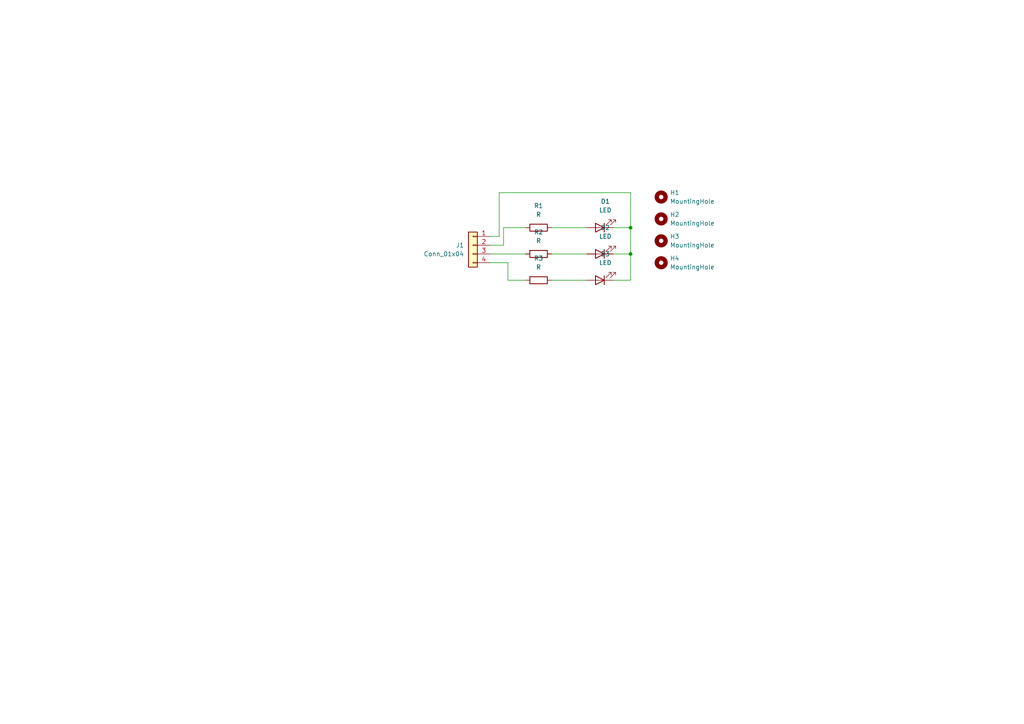
<source format=kicad_sch>
(kicad_sch (version 20250114) (generator "eeschema") (generator_version "9.0")
  (paper "A4")
  (lib_symbols
    (symbol "Connector_Generic:Conn_01x04" (pin_names (offset 1.016) (hide yes))
      (property "Reference" "J" (at 0 5.08 0))
      (property "Value" "Conn_01x04" (at 0 -7.62 0))
      (symbol "Conn_01x04_1_1"
        (rectangle (start -1.27 3.81) (end 1.27 -6.35) (stroke (width 0.254)) (fill (type background)))
        (rectangle (start -1.27 2.667) (end 0 2.413) (stroke (width 0.1524)))
        (rectangle (start -1.27 0.127) (end 0 -0.127) (stroke (width 0.1524)))
        (rectangle (start -1.27 -2.413) (end 0 -2.667) (stroke (width 0.1524)))
        (rectangle (start -1.27 -4.953) (end 0 -5.207) (stroke (width 0.1524)))
        (pin passive line (at -5.08 2.54 0) (length 3.81) (name "Pin_1") (number "1"))
        (pin passive line (at -5.08 0 0) (length 3.81) (name "Pin_2") (number "2"))
        (pin passive line (at -5.08 -2.54 0) (length 3.81) (name "Pin_3") (number "3"))
        (pin passive line (at -5.08 -5.08 0) (length 3.81) (name "Pin_4") (number "4"))
      )
    )
    (symbol "Device:LED" (pin_numbers (hide yes)) (pin_names (offset 1.016) (hide yes))
      (property "Reference" "D" (at 0 2.54 0))
      (property "Value" "LED" (at 0 -2.54 0))
      (symbol "LED_0_1"
        (polyline (pts (xy -3.048 -0.762) (xy -4.572 -2.286) (xy -3.81 -2.286) (xy -4.572 -2.286) (xy -4.572 -1.524)))
        (polyline (pts (xy -1.778 -0.762) (xy -3.302 -2.286) (xy -2.54 -2.286) (xy -3.302 -2.286) (xy -3.302 -1.524)))
        (polyline (pts (xy -1.27 0) (xy 1.27 0)))
        (polyline (pts (xy -1.27 -1.27) (xy -1.27 1.27)) (stroke (width 0.254)))
        (polyline (pts (xy 1.27 -1.27) (xy 1.27 1.27) (xy -1.27 0) (xy 1.27 -1.27)) (stroke (width 0.254)))
      )
      (symbol "LED_1_1"
        (pin passive line (at -3.81 0 0) (length 2.54) (name "K") (number "1"))
        (pin passive line (at 3.81 0 180) (length 2.54) (name "A") (number "2"))
      )
    )
    (symbol "Device:R" (pin_numbers (hide yes)) (pin_names (offset 0))
      (property "Reference" "R" (at 2.032 0 90))
      (property "Value" "R" (at 0 0 90))
      (symbol "R_0_1"
        (rectangle (start -1.016 -2.54) (end 1.016 2.54) (stroke (width 0.254)))
      )
      (symbol "R_1_1"
        (pin passive line (at 0 3.81 270) (length 1.27) (name "~") (number "1"))
        (pin passive line (at 0 -3.81 90) (length 1.27) (name "~") (number "2"))
      )
    )
    (symbol "Mechanical:MountingHole" (pin_names (offset 1.016)) (in_bom no)
      (property "Reference" "H" (at 0 5.08 0))
      (property "Value" "MountingHole" (at 0 3.175 0))
      (symbol "MountingHole_0_1"
        (circle (center 0 0) (radius 1.27) (stroke (width 1.27)))
      )
    )
  )
  (junction (at 182.88 73.66))
  (junction (at 182.88 66.04))
  (wire (pts (xy 160.02 73.66) (xy 170.18 73.66)))
  (wire (pts (xy 160.02 81.28) (xy 170.18 81.28)))
  (wire (pts (xy 182.88 66.04) (xy 182.88 73.66)))
  (wire (pts (xy 182.88 73.66) (xy 177.8 73.66)))
  (wire (pts (xy 182.88 81.28) (xy 177.8 81.28)))
  (wire (pts (xy 152.4 66.04) (xy 146.05 66.04)))
  (wire (pts (xy 147.32 81.28) (xy 147.32 76.2)))
  (wire (pts (xy 177.8 66.04) (xy 182.88 66.04)))
  (wire (pts (xy 147.32 76.2) (xy 142.24 76.2)))
  (wire (pts (xy 142.24 73.66) (xy 152.4 73.66)))
  (wire (pts (xy 182.88 66.04) (xy 182.88 55.88)))
  (wire (pts (xy 146.05 66.04) (xy 146.05 71.12)))
  (wire (pts (xy 142.24 68.58) (xy 144.78 68.58)))
  (wire (pts (xy 146.05 71.12) (xy 142.24 71.12)))
  (wire (pts (xy 160.02 66.04) (xy 170.18 66.04)))
  (wire (pts (xy 152.4 81.28) (xy 147.32 81.28)))
  (wire (pts (xy 182.88 73.66) (xy 182.88 81.28)))
  (wire (pts (xy 144.78 55.88) (xy 144.78 68.58)))
  (wire (pts (xy 182.88 55.88) (xy 144.78 55.88)))
  (symbol (lib_id "Mechanical:MountingHole") (at 191.77 63.5 0) (unit 1) (in_bom no)
    (property "Reference" "H2" (at 194.31 62.2299 0) (effects (justify left)))
    (property "Value" "MountingHole" (at 194.31 64.7699 0) (effects (justify left)))
    (property "Footprint" "MountingHole:MountingHole_2.5mm_Pad" (effects (hide yes)))
    (property "Description" "Mounting Hole without connection" (effects (hide yes)))
  )
  (symbol (lib_id "Device:R") (at 156.21 66.04 90) (unit 1)
    (property "Reference" "R1" (at 156.21 59.69 90))
    (property "Value" "R" (at 156.21 62.23 90))
    (property "Footprint" "Resistor_THT:R_Axial_DIN0204_L3.6mm_D1.6mm_P5.08mm_Horizontal" (effects (hide yes)))
    (property "Description" "Resistor" (effects (hide yes)))
  )
  (symbol (lib_id "Mechanical:MountingHole") (at 191.77 76.2 0) (unit 1) (in_bom no)
    (property "Reference" "H4" (at 194.31 74.9299 0) (effects (justify left)))
    (property "Value" "MountingHole" (at 194.31 77.4699 0) (effects (justify left)))
    (property "Footprint" "MountingHole:MountingHole_2.5mm_Pad" (effects (hide yes)))
    (property "Description" "Mounting Hole without connection" (effects (hide yes)))
  )
  (symbol (lib_id "Mechanical:MountingHole") (at 191.77 57.15 0) (unit 1) (in_bom no)
    (property "Reference" "H1" (at 194.31 55.8799 0) (effects (justify left)))
    (property "Value" "MountingHole" (at 194.31 58.4199 0) (effects (justify left)))
    (property "Footprint" "MountingHole:MountingHole_2.5mm_Pad" (effects (hide yes)))
    (property "Description" "Mounting Hole without connection" (effects (hide yes)))
  )
  (symbol (lib_id "Mechanical:MountingHole") (at 191.77 69.85 0) (unit 1) (in_bom no)
    (property "Reference" "H3" (at 194.31 68.5799 0) (effects (justify left)))
    (property "Value" "MountingHole" (at 194.31 71.1199 0) (effects (justify left)))
    (property "Footprint" "MountingHole:MountingHole_2.5mm_Pad" (effects (hide yes)))
    (property "Description" "Mounting Hole without connection" (effects (hide yes)))
  )
  (symbol (lib_id "Connector_Generic:Conn_01x04") (at 137.16 71.12 0) (mirror y) (unit 1)
    (property "Reference" "J1" (at 134.62 71.1199 0) (effects (justify left)))
    (property "Value" "Conn_01x04" (at 134.62 73.6599 0) (effects (justify left)))
    (property "Footprint" "Connector_PinHeader_2.54mm:PinHeader_1x04_P2.54mm_Horizontal" (effects (hide yes)))
    (property "Description" "Generic connector, single row, 01x04, script generated (kicad-library-utils/schlib/autogen/connector/)" (effects (hide yes)))
  )
  (symbol (lib_id "Device:LED") (at 173.99 81.28 180) (unit 1)
    (property "Reference" "D3" (at 175.5775 73.66 0))
    (property "Value" "LED" (at 175.5775 76.2 0))
    (property "Footprint" "LED_THT:LED_D3.0mm" (effects (hide yes)))
    (property "Description" "Light emitting diode" (effects (hide yes)))
    (property "Sim.Pins" "1=K 2=A" (effects (hide yes)))
  )
  (symbol (lib_id "Device:LED") (at 173.99 73.66 180) (unit 1)
    (property "Reference" "D2" (at 175.5775 66.04 0))
    (property "Value" "LED" (at 175.5775 68.58 0))
    (property "Footprint" "LED_THT:LED_D3.0mm" (effects (hide yes)))
    (property "Description" "Light emitting diode" (effects (hide yes)))
    (property "Sim.Pins" "1=K 2=A" (effects (hide yes)))
  )
  (symbol (lib_id "Device:R") (at 156.21 73.66 90) (unit 1)
    (property "Reference" "R2" (at 156.21 67.31 90))
    (property "Value" "R" (at 156.21 69.85 90))
    (property "Footprint" "Resistor_THT:R_Axial_DIN0204_L3.6mm_D1.6mm_P5.08mm_Horizontal" (effects (hide yes)))
    (property "Description" "Resistor" (effects (hide yes)))
  )
  (symbol (lib_id "Device:LED") (at 173.99 66.04 180) (unit 1)
    (property "Reference" "D1" (at 175.5775 58.42 0))
    (property "Value" "LED" (at 175.5775 60.96 0))
    (property "Footprint" "LED_THT:LED_D3.0mm" (effects (hide yes)))
    (property "Description" "Light emitting diode" (effects (hide yes)))
    (property "Sim.Pins" "1=K 2=A" (effects (hide yes)))
  )
  (symbol (lib_id "Device:R") (at 156.21 81.28 90) (unit 1)
    (property "Reference" "R3" (at 156.21 74.93 90))
    (property "Value" "R" (at 156.21 77.47 90))
    (property "Footprint" "Resistor_THT:R_Axial_DIN0204_L3.6mm_D1.6mm_P5.08mm_Horizontal" (effects (hide yes)))
    (property "Description" "Resistor" (effects (hide yes)))
  )
)
</source>
